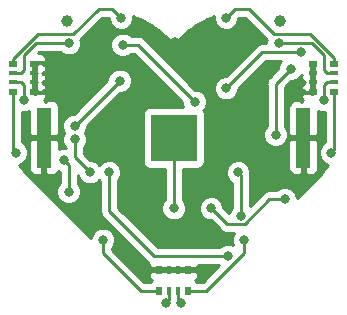
<source format=gbr>
G04 #@! TF.GenerationSoftware,KiCad,Pcbnew,(5.0.0-rc2-dev-82-ga78607874)*
G04 #@! TF.CreationDate,2018-03-09T02:59:27+08:00*
G04 #@! TF.ProjectId,SMD-Heart,534D442D48656172742E6B696361645F,rev?*
G04 #@! TF.SameCoordinates,Original*
G04 #@! TF.FileFunction,Copper,L2,Bot,Signal*
G04 #@! TF.FilePolarity,Positive*
%FSLAX46Y46*%
G04 Gerber Fmt 4.6, Leading zero omitted, Abs format (unit mm)*
G04 Created by KiCad (PCBNEW (5.0.0-rc2-dev-82-ga78607874)) date Fri Mar  9 02:59:27 2018*
%MOMM*%
%LPD*%
G01*
G04 APERTURE LIST*
%ADD10C,1.000000*%
%ADD11R,0.500000X0.800000*%
%ADD12R,0.400000X0.800000*%
%ADD13R,0.800000X0.500000*%
%ADD14R,0.800000X0.400000*%
%ADD15R,1.270000X5.080000*%
%ADD16R,3.960000X3.960000*%
%ADD17C,0.800000*%
%ADD18C,0.250000*%
%ADD19C,0.254000*%
G04 APERTURE END LIST*
D10*
X67183000Y-30734000D03*
D11*
X77400000Y-53605000D03*
D12*
X75800000Y-53605000D03*
X76600000Y-53605000D03*
D11*
X75000000Y-53605000D03*
D12*
X76600000Y-51805000D03*
D11*
X77400000Y-51805000D03*
D12*
X75800000Y-51805000D03*
D11*
X75000000Y-51805000D03*
D13*
X88000000Y-36760000D03*
D14*
X88000000Y-35960000D03*
D13*
X88000000Y-34360000D03*
D14*
X88000000Y-35160000D03*
D13*
X89800000Y-36760000D03*
D14*
X89800000Y-35160000D03*
X89800000Y-35960000D03*
D13*
X89800000Y-34360000D03*
X62600000Y-36760000D03*
D14*
X62600000Y-35160000D03*
X62600000Y-35960000D03*
D13*
X62600000Y-34360000D03*
D14*
X64400000Y-35960000D03*
D13*
X64400000Y-36760000D03*
D14*
X64400000Y-35160000D03*
D13*
X64400000Y-34360000D03*
D15*
X65215000Y-40640000D03*
X87185000Y-40640000D03*
D16*
X76200000Y-40640000D03*
D10*
X85217000Y-30734000D03*
D17*
X76200000Y-46608996D03*
X86106000Y-34798000D03*
X84836000Y-40386000D03*
X85598000Y-45847000D03*
X79375000Y-46609000D03*
X80772000Y-50673000D03*
X70739000Y-43561000D03*
X67818040Y-40767000D03*
X69088000Y-43561000D03*
X67310000Y-45212000D03*
X66929000Y-42545000D03*
X67818000Y-39624000D03*
X71628000Y-35814022D03*
X71881972Y-32766000D03*
X77978000Y-37592000D03*
X80645000Y-30480000D03*
X80645000Y-36449000D03*
X86995000Y-33401000D03*
X85090008Y-32639000D03*
X88900000Y-37465000D03*
X89535000Y-41910000D03*
X81915000Y-47244000D03*
X81661000Y-43561000D03*
X82169000Y-49276000D03*
X76835000Y-54610000D03*
X75565000Y-54610000D03*
X70231000Y-49276000D03*
X62865000Y-41910000D03*
X63500000Y-37465000D03*
X67309988Y-32639000D03*
X71755000Y-30480000D03*
X76327000Y-32512000D03*
D18*
X76200000Y-40640000D02*
X76200000Y-46608996D01*
X84836000Y-39878000D02*
X84836000Y-40386000D01*
X86106000Y-34798000D02*
X84836000Y-36068000D01*
X84836000Y-36068000D02*
X84836000Y-39878000D01*
X85598000Y-45847000D02*
X84314554Y-45847000D01*
X84314554Y-45847000D02*
X82240153Y-47921401D01*
X82240153Y-47921401D02*
X80687401Y-47921401D01*
X80687401Y-47921401D02*
X79774999Y-47008999D01*
X79774999Y-47008999D02*
X79375000Y-46609000D01*
X70739000Y-46863000D02*
X74549000Y-50673000D01*
X79121000Y-50673000D02*
X80772000Y-50673000D01*
X70739000Y-43561000D02*
X70739000Y-46863000D01*
X74549000Y-50673000D02*
X79121000Y-50673000D01*
X69088000Y-43561000D02*
X67818040Y-42291040D01*
X67818040Y-42291040D02*
X67818040Y-41332685D01*
X67818040Y-41332685D02*
X67818040Y-40767000D01*
X67310000Y-45212000D02*
X67310000Y-42926000D01*
X67310000Y-42926000D02*
X66929000Y-42545000D01*
X71628000Y-35814022D02*
X67818022Y-39624000D01*
X67818022Y-39624000D02*
X67818000Y-39624000D01*
X77978000Y-37592000D02*
X73152000Y-32766000D01*
X72447657Y-32766000D02*
X71881972Y-32766000D01*
X73152000Y-32766000D02*
X72447657Y-32766000D01*
X89800000Y-33920000D02*
X87757000Y-31877000D01*
X82550000Y-29718000D02*
X81407000Y-29718000D01*
X81407000Y-29718000D02*
X80645000Y-30480000D01*
X89800000Y-34360000D02*
X89800000Y-33920000D01*
X87757000Y-31877000D02*
X84709000Y-31877000D01*
X84709000Y-31877000D02*
X82550000Y-29718000D01*
X86995000Y-33401000D02*
X83693000Y-33401000D01*
X83693000Y-33401000D02*
X80645000Y-36449000D01*
X89800000Y-35160000D02*
X89150000Y-35160000D01*
X89150000Y-35160000D02*
X88900000Y-34910000D01*
X85655693Y-32639000D02*
X85090008Y-32639000D01*
X88900000Y-34910000D02*
X88900000Y-33655000D01*
X87884000Y-32639000D02*
X85655693Y-32639000D01*
X88900000Y-33655000D02*
X87884000Y-32639000D01*
X88900000Y-36210000D02*
X88900000Y-37465000D01*
X89800000Y-35960000D02*
X89150000Y-35960000D01*
X89150000Y-35960000D02*
X88900000Y-36210000D01*
X89800000Y-41645000D02*
X89800000Y-37260000D01*
X89535000Y-41910000D02*
X89800000Y-41645000D01*
X89800000Y-37260000D02*
X89800000Y-36760000D01*
X81915000Y-47244000D02*
X81915000Y-43815000D01*
X81915000Y-43815000D02*
X81661000Y-43561000D01*
X82169000Y-50419000D02*
X78983000Y-53605000D01*
X82169000Y-49276000D02*
X82169000Y-50419000D01*
X78983000Y-53605000D02*
X77400000Y-53605000D01*
X76600000Y-53605000D02*
X76600000Y-54375000D01*
X76600000Y-54375000D02*
X76835000Y-54610000D01*
X75800000Y-53605000D02*
X75800000Y-54375000D01*
X75800000Y-54375000D02*
X75565000Y-54610000D01*
X70231000Y-50419000D02*
X73417000Y-53605000D01*
X70231000Y-49276000D02*
X70231000Y-50419000D01*
X73417000Y-53605000D02*
X75000000Y-53605000D01*
X62600000Y-41645000D02*
X62865000Y-41910000D01*
X62600000Y-36760000D02*
X62600000Y-41645000D01*
X63250000Y-35960000D02*
X63500000Y-36210000D01*
X62600000Y-35960000D02*
X63250000Y-35960000D01*
X63500000Y-36210000D02*
X63500000Y-37465000D01*
X67309988Y-32639000D02*
X64516000Y-32639000D01*
X64516000Y-32639000D02*
X63500000Y-33655000D01*
X63250000Y-35160000D02*
X63500000Y-34910000D01*
X62600000Y-35160000D02*
X63250000Y-35160000D01*
X63500000Y-34910000D02*
X63500000Y-33655000D01*
X62600000Y-33985907D02*
X64708907Y-31877000D01*
X67691000Y-31877000D02*
X69850000Y-29718000D01*
X70993000Y-29718000D02*
X71755000Y-30480000D01*
X62600000Y-34360000D02*
X62600000Y-33985907D01*
X64708907Y-31877000D02*
X67691000Y-31877000D01*
X69850000Y-29718000D02*
X70993000Y-29718000D01*
D19*
G36*
X79610000Y-30685874D02*
X79767569Y-31066280D01*
X80058720Y-31357431D01*
X80439126Y-31515000D01*
X80850874Y-31515000D01*
X81231280Y-31357431D01*
X81522431Y-31066280D01*
X81680000Y-30685874D01*
X81680000Y-30519802D01*
X81721802Y-30478000D01*
X82235199Y-30478000D01*
X84094641Y-32337443D01*
X84055008Y-32433126D01*
X84055008Y-32641000D01*
X83767847Y-32641000D01*
X83693000Y-32626112D01*
X83618153Y-32641000D01*
X83618148Y-32641000D01*
X83396463Y-32685096D01*
X83145071Y-32853071D01*
X83102671Y-32916527D01*
X80605199Y-35414000D01*
X80439126Y-35414000D01*
X80058720Y-35571569D01*
X79767569Y-35862720D01*
X79610000Y-36243126D01*
X79610000Y-36654874D01*
X79767569Y-37035280D01*
X80058720Y-37326431D01*
X80439126Y-37484000D01*
X80850874Y-37484000D01*
X81231280Y-37326431D01*
X81522431Y-37035280D01*
X81680000Y-36654874D01*
X81680000Y-36488801D01*
X84007802Y-34161000D01*
X85279289Y-34161000D01*
X85228569Y-34211720D01*
X85071000Y-34592126D01*
X85071000Y-34758198D01*
X84351530Y-35477669D01*
X84288071Y-35520071D01*
X84120096Y-35771464D01*
X84076000Y-35993149D01*
X84076000Y-35993153D01*
X84061112Y-36068000D01*
X84076000Y-36142847D01*
X84076001Y-39682288D01*
X83958569Y-39799720D01*
X83801000Y-40180126D01*
X83801000Y-40591874D01*
X83958569Y-40972280D01*
X84249720Y-41263431D01*
X84630126Y-41421000D01*
X85041874Y-41421000D01*
X85422280Y-41263431D01*
X85713431Y-40972280D01*
X85732704Y-40925750D01*
X85915000Y-40925750D01*
X85915000Y-43306310D01*
X86011673Y-43539699D01*
X86190302Y-43718327D01*
X86423691Y-43815000D01*
X86899250Y-43815000D01*
X87058000Y-43656250D01*
X87058000Y-40767000D01*
X87312000Y-40767000D01*
X87312000Y-43656250D01*
X87470750Y-43815000D01*
X87946309Y-43815000D01*
X88179698Y-43718327D01*
X88358327Y-43539699D01*
X88455000Y-43306310D01*
X88455000Y-40925750D01*
X88296250Y-40767000D01*
X87312000Y-40767000D01*
X87058000Y-40767000D01*
X86073750Y-40767000D01*
X85915000Y-40925750D01*
X85732704Y-40925750D01*
X85871000Y-40591874D01*
X85871000Y-40180126D01*
X85713431Y-39799720D01*
X85596000Y-39682289D01*
X85596000Y-36382801D01*
X86145802Y-35833000D01*
X86311874Y-35833000D01*
X86692280Y-35675431D01*
X86983431Y-35384280D01*
X87023725Y-35287002D01*
X87096748Y-35287002D01*
X86965000Y-35418750D01*
X86965000Y-35486310D01*
X86995523Y-35560000D01*
X86965000Y-35633690D01*
X86965000Y-35701250D01*
X87123750Y-35860000D01*
X87201975Y-35860000D01*
X87240302Y-35898327D01*
X87328838Y-35935000D01*
X87240302Y-35971673D01*
X87151975Y-36060000D01*
X87123750Y-36060000D01*
X86965000Y-36218750D01*
X86965000Y-36286310D01*
X86985168Y-36335000D01*
X86965000Y-36383690D01*
X86965000Y-36476250D01*
X87123750Y-36635000D01*
X87176975Y-36635000D01*
X87240302Y-36698327D01*
X87473691Y-36795000D01*
X87714250Y-36795000D01*
X87873000Y-36636250D01*
X87873000Y-36033750D01*
X87774250Y-35935000D01*
X87849250Y-35860000D01*
X87873000Y-35860000D01*
X87873000Y-35260000D01*
X87853000Y-35260000D01*
X87853000Y-35106250D01*
X87873000Y-35086250D01*
X87873000Y-34483750D01*
X87853000Y-34463750D01*
X87853000Y-34235000D01*
X87873000Y-34235000D01*
X87873000Y-34213000D01*
X88127000Y-34213000D01*
X88127000Y-34235000D01*
X88140001Y-34235000D01*
X88140000Y-34470750D01*
X88127000Y-34483750D01*
X88127000Y-34900508D01*
X88125112Y-34910000D01*
X88127000Y-34919492D01*
X88127000Y-35086250D01*
X88147000Y-35106250D01*
X88147000Y-35260000D01*
X88127000Y-35260000D01*
X88127000Y-35860000D01*
X88147000Y-35860000D01*
X88147000Y-36013750D01*
X88127000Y-36033750D01*
X88127000Y-36200508D01*
X88125112Y-36210000D01*
X88127000Y-36219492D01*
X88127000Y-36636250D01*
X88140000Y-36649250D01*
X88140000Y-36761289D01*
X88022569Y-36878720D01*
X88010855Y-36907000D01*
X87873000Y-36907000D01*
X87873000Y-36885000D01*
X87123750Y-36885000D01*
X86965000Y-37043750D01*
X86965000Y-37136310D01*
X87061673Y-37369699D01*
X87156975Y-37465000D01*
X87057998Y-37465000D01*
X87057998Y-37623748D01*
X86899250Y-37465000D01*
X86423691Y-37465000D01*
X86190302Y-37561673D01*
X86011673Y-37740301D01*
X85915000Y-37973690D01*
X85915000Y-40354250D01*
X86073750Y-40513000D01*
X87058000Y-40513000D01*
X87058000Y-40493000D01*
X87312000Y-40493000D01*
X87312000Y-40513000D01*
X88296250Y-40513000D01*
X88455000Y-40354250D01*
X88455000Y-38400951D01*
X88694126Y-38500000D01*
X89040001Y-38500000D01*
X89040000Y-40994760D01*
X88948720Y-41032569D01*
X88657569Y-41323720D01*
X88500000Y-41704126D01*
X88500000Y-42115874D01*
X88657569Y-42496280D01*
X88948720Y-42787431D01*
X89268475Y-42919877D01*
X89111104Y-43134504D01*
X88885253Y-43415908D01*
X88647358Y-43687176D01*
X88392410Y-43953499D01*
X86633000Y-45712909D01*
X86633000Y-45641126D01*
X86475431Y-45260720D01*
X86184280Y-44969569D01*
X85803874Y-44812000D01*
X85392126Y-44812000D01*
X85011720Y-44969569D01*
X84894289Y-45087000D01*
X84389400Y-45087000D01*
X84314553Y-45072112D01*
X84239706Y-45087000D01*
X84239702Y-45087000D01*
X84018017Y-45131096D01*
X83766625Y-45299071D01*
X83724225Y-45362527D01*
X82675000Y-46411753D01*
X82675000Y-43889846D01*
X82689888Y-43814999D01*
X82685404Y-43792456D01*
X82696000Y-43766874D01*
X82696000Y-43355126D01*
X82538431Y-42974720D01*
X82247280Y-42683569D01*
X81866874Y-42526000D01*
X81455126Y-42526000D01*
X81074720Y-42683569D01*
X80783569Y-42974720D01*
X80626000Y-43355126D01*
X80626000Y-43766874D01*
X80783569Y-44147280D01*
X81074720Y-44438431D01*
X81155001Y-44471684D01*
X81155000Y-46540289D01*
X81037569Y-46657720D01*
X80880000Y-47038126D01*
X80880000Y-47039198D01*
X80410000Y-46569199D01*
X80410000Y-46403126D01*
X80252431Y-46022720D01*
X79961280Y-45731569D01*
X79580874Y-45574000D01*
X79169126Y-45574000D01*
X78788720Y-45731569D01*
X78497569Y-46022720D01*
X78340000Y-46403126D01*
X78340000Y-46814874D01*
X78497569Y-47195280D01*
X78788720Y-47486431D01*
X79169126Y-47644000D01*
X79335199Y-47644000D01*
X80097072Y-48405874D01*
X80139472Y-48469330D01*
X80390864Y-48637305D01*
X80612549Y-48681401D01*
X80612553Y-48681401D01*
X80687400Y-48696289D01*
X80762247Y-48681401D01*
X81299888Y-48681401D01*
X81291569Y-48689720D01*
X81134000Y-49070126D01*
X81134000Y-49481874D01*
X81244397Y-49748397D01*
X80977874Y-49638000D01*
X80566126Y-49638000D01*
X80185720Y-49795569D01*
X80068289Y-49913000D01*
X74863802Y-49913000D01*
X71499000Y-46548199D01*
X71499000Y-44264711D01*
X71616431Y-44147280D01*
X71774000Y-43766874D01*
X71774000Y-43355126D01*
X71616431Y-42974720D01*
X71325280Y-42683569D01*
X70944874Y-42526000D01*
X70533126Y-42526000D01*
X70152720Y-42683569D01*
X69913500Y-42922789D01*
X69674280Y-42683569D01*
X69293874Y-42526000D01*
X69127802Y-42526000D01*
X68578040Y-41976239D01*
X68578040Y-41470711D01*
X68695471Y-41353280D01*
X68853040Y-40972874D01*
X68853040Y-40561126D01*
X68701573Y-40195452D01*
X68853000Y-39829874D01*
X68853000Y-39663823D01*
X71667802Y-36849022D01*
X71833874Y-36849022D01*
X72214280Y-36691453D01*
X72505431Y-36400302D01*
X72663000Y-36019896D01*
X72663000Y-35608148D01*
X72505431Y-35227742D01*
X72214280Y-34936591D01*
X71833874Y-34779022D01*
X71422126Y-34779022D01*
X71041720Y-34936591D01*
X70750569Y-35227742D01*
X70593000Y-35608148D01*
X70593000Y-35774220D01*
X67778221Y-38589000D01*
X67612126Y-38589000D01*
X67231720Y-38746569D01*
X66940569Y-39037720D01*
X66783000Y-39418126D01*
X66783000Y-39829874D01*
X66934467Y-40195548D01*
X66783040Y-40561126D01*
X66783040Y-40972874D01*
X66940609Y-41353280D01*
X67058041Y-41470712D01*
X67058041Y-41510000D01*
X66723126Y-41510000D01*
X66485000Y-41608635D01*
X66485000Y-40925750D01*
X66326250Y-40767000D01*
X65342000Y-40767000D01*
X65342000Y-43656250D01*
X65500750Y-43815000D01*
X65976309Y-43815000D01*
X66209698Y-43718327D01*
X66388327Y-43539699D01*
X66423109Y-43455729D01*
X66550001Y-43508289D01*
X66550000Y-44508289D01*
X66432569Y-44625720D01*
X66275000Y-45006126D01*
X66275000Y-45417874D01*
X66432569Y-45798280D01*
X66723720Y-46089431D01*
X67104126Y-46247000D01*
X67515874Y-46247000D01*
X67896280Y-46089431D01*
X68187431Y-45798280D01*
X68345000Y-45417874D01*
X68345000Y-45006126D01*
X68187431Y-44625720D01*
X68070000Y-44508289D01*
X68070000Y-43807916D01*
X68210569Y-44147280D01*
X68501720Y-44438431D01*
X68882126Y-44596000D01*
X69293874Y-44596000D01*
X69674280Y-44438431D01*
X69913500Y-44199211D01*
X69979000Y-44264711D01*
X69979001Y-46788148D01*
X69964112Y-46863000D01*
X70023097Y-47159537D01*
X70120651Y-47305536D01*
X70191072Y-47410929D01*
X70254528Y-47453329D01*
X73958671Y-51157473D01*
X74001071Y-51220929D01*
X74064527Y-51263329D01*
X74115000Y-51297054D01*
X74115000Y-51519250D01*
X74273750Y-51678000D01*
X74875000Y-51678000D01*
X74875000Y-51658000D01*
X75103750Y-51658000D01*
X75123750Y-51678000D01*
X75726250Y-51678000D01*
X75746250Y-51658000D01*
X75900000Y-51658000D01*
X75900000Y-51678000D01*
X76500000Y-51678000D01*
X76500000Y-51658000D01*
X76653750Y-51658000D01*
X76673750Y-51678000D01*
X77276250Y-51678000D01*
X77296250Y-51658000D01*
X77525000Y-51658000D01*
X77525000Y-51678000D01*
X78126250Y-51678000D01*
X78285000Y-51519250D01*
X78285000Y-51433000D01*
X80068289Y-51433000D01*
X80074243Y-51438954D01*
X78668199Y-52845000D01*
X78173163Y-52845000D01*
X78107809Y-52747191D01*
X78046680Y-52706346D01*
X78188327Y-52564698D01*
X78285000Y-52331309D01*
X78285000Y-52090750D01*
X78126250Y-51932000D01*
X77525000Y-51932000D01*
X77525000Y-51952000D01*
X77296250Y-51952000D01*
X77276250Y-51932000D01*
X76673750Y-51932000D01*
X76653750Y-51952000D01*
X76500000Y-51952000D01*
X76500000Y-51932000D01*
X75900000Y-51932000D01*
X75900000Y-51952000D01*
X75746250Y-51952000D01*
X75726250Y-51932000D01*
X75123750Y-51932000D01*
X75103750Y-51952000D01*
X74875000Y-51952000D01*
X74875000Y-51932000D01*
X74273750Y-51932000D01*
X74115000Y-52090750D01*
X74115000Y-52331309D01*
X74211673Y-52564698D01*
X74353320Y-52706346D01*
X74292191Y-52747191D01*
X74226837Y-52845000D01*
X73731803Y-52845000D01*
X70991000Y-50104199D01*
X70991000Y-49979711D01*
X71108431Y-49862280D01*
X71266000Y-49481874D01*
X71266000Y-49070126D01*
X71108431Y-48689720D01*
X70817280Y-48398569D01*
X70436874Y-48241000D01*
X70025126Y-48241000D01*
X69644720Y-48398569D01*
X69353569Y-48689720D01*
X69196000Y-49070126D01*
X69196000Y-49141910D01*
X64007613Y-43953523D01*
X63752653Y-43687188D01*
X63514746Y-43415908D01*
X63288896Y-43134504D01*
X63131525Y-42919877D01*
X63451280Y-42787431D01*
X63742431Y-42496280D01*
X63900000Y-42115874D01*
X63900000Y-41704126D01*
X63742431Y-41323720D01*
X63451280Y-41032569D01*
X63360000Y-40994760D01*
X63360000Y-40925750D01*
X63945000Y-40925750D01*
X63945000Y-43306310D01*
X64041673Y-43539699D01*
X64220302Y-43718327D01*
X64453691Y-43815000D01*
X64929250Y-43815000D01*
X65088000Y-43656250D01*
X65088000Y-40767000D01*
X64103750Y-40767000D01*
X63945000Y-40925750D01*
X63360000Y-40925750D01*
X63360000Y-38500000D01*
X63705874Y-38500000D01*
X63945000Y-38400951D01*
X63945000Y-40354250D01*
X64103750Y-40513000D01*
X65088000Y-40513000D01*
X65088000Y-40493000D01*
X65342000Y-40493000D01*
X65342000Y-40513000D01*
X66326250Y-40513000D01*
X66485000Y-40354250D01*
X66485000Y-37973690D01*
X66388327Y-37740301D01*
X66209698Y-37561673D01*
X65976309Y-37465000D01*
X65500750Y-37465000D01*
X65342002Y-37623748D01*
X65342002Y-37465000D01*
X65243025Y-37465000D01*
X65338327Y-37369699D01*
X65435000Y-37136310D01*
X65435000Y-37043750D01*
X65276250Y-36885000D01*
X64527000Y-36885000D01*
X64527000Y-36907000D01*
X64389145Y-36907000D01*
X64377431Y-36878720D01*
X64260000Y-36761289D01*
X64260000Y-36649250D01*
X64273000Y-36636250D01*
X64273000Y-36219491D01*
X64274888Y-36209999D01*
X64273000Y-36200507D01*
X64273000Y-36033750D01*
X64253000Y-36013750D01*
X64253000Y-35860000D01*
X64273000Y-35860000D01*
X64273000Y-35260000D01*
X64253000Y-35260000D01*
X64253000Y-35106250D01*
X64273000Y-35086250D01*
X64273000Y-34919493D01*
X64274888Y-34910001D01*
X64273000Y-34900509D01*
X64273000Y-34483750D01*
X64527000Y-34483750D01*
X64527000Y-35086250D01*
X64625750Y-35185000D01*
X64550750Y-35260000D01*
X64527000Y-35260000D01*
X64527000Y-35860000D01*
X64550750Y-35860000D01*
X64625750Y-35935000D01*
X64527000Y-36033750D01*
X64527000Y-36636250D01*
X64685750Y-36795000D01*
X64926309Y-36795000D01*
X65159698Y-36698327D01*
X65223025Y-36635000D01*
X65276250Y-36635000D01*
X65435000Y-36476250D01*
X65435000Y-36383690D01*
X65414832Y-36335000D01*
X65435000Y-36286310D01*
X65435000Y-36218750D01*
X65276250Y-36060000D01*
X65248025Y-36060000D01*
X65159698Y-35971673D01*
X65071162Y-35935000D01*
X65159698Y-35898327D01*
X65198025Y-35860000D01*
X65276250Y-35860000D01*
X65435000Y-35701250D01*
X65435000Y-35633690D01*
X65404477Y-35560000D01*
X65435000Y-35486310D01*
X65435000Y-35418750D01*
X65276250Y-35260000D01*
X65198025Y-35260000D01*
X65159698Y-35221673D01*
X65071162Y-35185000D01*
X65159698Y-35148327D01*
X65248025Y-35060000D01*
X65276250Y-35060000D01*
X65435000Y-34901250D01*
X65435000Y-34833690D01*
X65414832Y-34785000D01*
X65435000Y-34736310D01*
X65435000Y-34643750D01*
X65276250Y-34485000D01*
X65223025Y-34485000D01*
X65159698Y-34421673D01*
X64926309Y-34325000D01*
X64685750Y-34325000D01*
X64527000Y-34483750D01*
X64273000Y-34483750D01*
X64260000Y-34470750D01*
X64260000Y-34235000D01*
X64273000Y-34235000D01*
X64273000Y-34213000D01*
X64527000Y-34213000D01*
X64527000Y-34235000D01*
X65276250Y-34235000D01*
X65435000Y-34076250D01*
X65435000Y-33983690D01*
X65338327Y-33750301D01*
X65159698Y-33571673D01*
X64926309Y-33475000D01*
X64754802Y-33475000D01*
X64830802Y-33399000D01*
X66606277Y-33399000D01*
X66723708Y-33516431D01*
X67104114Y-33674000D01*
X67515862Y-33674000D01*
X67896268Y-33516431D01*
X68187419Y-33225280D01*
X68344988Y-32844874D01*
X68344988Y-32560126D01*
X70846972Y-32560126D01*
X70846972Y-32971874D01*
X71004541Y-33352280D01*
X71295692Y-33643431D01*
X71676098Y-33801000D01*
X72087846Y-33801000D01*
X72468252Y-33643431D01*
X72585683Y-33526000D01*
X72837199Y-33526000D01*
X76943000Y-37631802D01*
X76943000Y-37797874D01*
X77031926Y-38012560D01*
X74220000Y-38012560D01*
X73972235Y-38061843D01*
X73762191Y-38202191D01*
X73621843Y-38412235D01*
X73572560Y-38660000D01*
X73572560Y-42620000D01*
X73621843Y-42867765D01*
X73762191Y-43077809D01*
X73972235Y-43218157D01*
X74220000Y-43267440D01*
X75440000Y-43267440D01*
X75440001Y-45905284D01*
X75322569Y-46022716D01*
X75165000Y-46403122D01*
X75165000Y-46814870D01*
X75322569Y-47195276D01*
X75613720Y-47486427D01*
X75994126Y-47643996D01*
X76405874Y-47643996D01*
X76786280Y-47486427D01*
X77077431Y-47195276D01*
X77235000Y-46814870D01*
X77235000Y-46403122D01*
X77077431Y-46022716D01*
X76960000Y-45905285D01*
X76960000Y-43267440D01*
X78180000Y-43267440D01*
X78427765Y-43218157D01*
X78637809Y-43077809D01*
X78778157Y-42867765D01*
X78827440Y-42620000D01*
X78827440Y-38660000D01*
X78778157Y-38412235D01*
X78715399Y-38318312D01*
X78855431Y-38178280D01*
X79013000Y-37797874D01*
X79013000Y-37386126D01*
X78855431Y-37005720D01*
X78564280Y-36714569D01*
X78183874Y-36557000D01*
X78017802Y-36557000D01*
X73742331Y-32281530D01*
X73699929Y-32218071D01*
X73448537Y-32050096D01*
X73226852Y-32006000D01*
X73226847Y-32006000D01*
X73152000Y-31991112D01*
X73077153Y-32006000D01*
X72585683Y-32006000D01*
X72468252Y-31888569D01*
X72087846Y-31731000D01*
X71676098Y-31731000D01*
X71295692Y-31888569D01*
X71004541Y-32179720D01*
X70846972Y-32560126D01*
X68344988Y-32560126D01*
X68344988Y-32433126D01*
X68305356Y-32337445D01*
X70164802Y-30478000D01*
X70678199Y-30478000D01*
X70720000Y-30519801D01*
X70720000Y-30685874D01*
X70877569Y-31066280D01*
X71168720Y-31357431D01*
X71549126Y-31515000D01*
X71960874Y-31515000D01*
X72341280Y-31357431D01*
X72632431Y-31066280D01*
X72790000Y-30685874D01*
X72790000Y-30372007D01*
X73014830Y-30459439D01*
X73345087Y-30604756D01*
X73668707Y-30764348D01*
X73985050Y-30937899D01*
X74293512Y-31125079D01*
X74593525Y-31325542D01*
X74884504Y-31538896D01*
X75165908Y-31764746D01*
X75437188Y-32002653D01*
X75709025Y-32262880D01*
X75731864Y-32283807D01*
X75755594Y-32303719D01*
X75780170Y-32322577D01*
X75805544Y-32340345D01*
X75831670Y-32356988D01*
X75858498Y-32372477D01*
X75885974Y-32386781D01*
X75914049Y-32399872D01*
X75935725Y-32408850D01*
X75942669Y-32411727D01*
X75952574Y-32415332D01*
X75971777Y-32422322D01*
X76001321Y-32431637D01*
X76031242Y-32439654D01*
X76061485Y-32446359D01*
X76081163Y-32449828D01*
X76091993Y-32451738D01*
X76118048Y-32455168D01*
X76122704Y-32455781D01*
X76153563Y-32458481D01*
X76184511Y-32459832D01*
X76215489Y-32459832D01*
X76246437Y-32458481D01*
X76277296Y-32455781D01*
X76308008Y-32451738D01*
X76338514Y-32446359D01*
X76368757Y-32439654D01*
X76398679Y-32431637D01*
X76428223Y-32422322D01*
X76457331Y-32411726D01*
X76485951Y-32399872D01*
X76514026Y-32386781D01*
X76541502Y-32372477D01*
X76568330Y-32356989D01*
X76594456Y-32340345D01*
X76619830Y-32322577D01*
X76644406Y-32303719D01*
X76668136Y-32283808D01*
X76690975Y-32262880D01*
X76962824Y-32002642D01*
X77234092Y-31764747D01*
X77515496Y-31538896D01*
X77806474Y-31325542D01*
X78106504Y-31125070D01*
X78414970Y-30937888D01*
X78731292Y-30764348D01*
X79054912Y-30604756D01*
X79385178Y-30459435D01*
X79610000Y-30372007D01*
X79610000Y-30685874D01*
X79610000Y-30685874D01*
G37*
X79610000Y-30685874D02*
X79767569Y-31066280D01*
X80058720Y-31357431D01*
X80439126Y-31515000D01*
X80850874Y-31515000D01*
X81231280Y-31357431D01*
X81522431Y-31066280D01*
X81680000Y-30685874D01*
X81680000Y-30519802D01*
X81721802Y-30478000D01*
X82235199Y-30478000D01*
X84094641Y-32337443D01*
X84055008Y-32433126D01*
X84055008Y-32641000D01*
X83767847Y-32641000D01*
X83693000Y-32626112D01*
X83618153Y-32641000D01*
X83618148Y-32641000D01*
X83396463Y-32685096D01*
X83145071Y-32853071D01*
X83102671Y-32916527D01*
X80605199Y-35414000D01*
X80439126Y-35414000D01*
X80058720Y-35571569D01*
X79767569Y-35862720D01*
X79610000Y-36243126D01*
X79610000Y-36654874D01*
X79767569Y-37035280D01*
X80058720Y-37326431D01*
X80439126Y-37484000D01*
X80850874Y-37484000D01*
X81231280Y-37326431D01*
X81522431Y-37035280D01*
X81680000Y-36654874D01*
X81680000Y-36488801D01*
X84007802Y-34161000D01*
X85279289Y-34161000D01*
X85228569Y-34211720D01*
X85071000Y-34592126D01*
X85071000Y-34758198D01*
X84351530Y-35477669D01*
X84288071Y-35520071D01*
X84120096Y-35771464D01*
X84076000Y-35993149D01*
X84076000Y-35993153D01*
X84061112Y-36068000D01*
X84076000Y-36142847D01*
X84076001Y-39682288D01*
X83958569Y-39799720D01*
X83801000Y-40180126D01*
X83801000Y-40591874D01*
X83958569Y-40972280D01*
X84249720Y-41263431D01*
X84630126Y-41421000D01*
X85041874Y-41421000D01*
X85422280Y-41263431D01*
X85713431Y-40972280D01*
X85732704Y-40925750D01*
X85915000Y-40925750D01*
X85915000Y-43306310D01*
X86011673Y-43539699D01*
X86190302Y-43718327D01*
X86423691Y-43815000D01*
X86899250Y-43815000D01*
X87058000Y-43656250D01*
X87058000Y-40767000D01*
X87312000Y-40767000D01*
X87312000Y-43656250D01*
X87470750Y-43815000D01*
X87946309Y-43815000D01*
X88179698Y-43718327D01*
X88358327Y-43539699D01*
X88455000Y-43306310D01*
X88455000Y-40925750D01*
X88296250Y-40767000D01*
X87312000Y-40767000D01*
X87058000Y-40767000D01*
X86073750Y-40767000D01*
X85915000Y-40925750D01*
X85732704Y-40925750D01*
X85871000Y-40591874D01*
X85871000Y-40180126D01*
X85713431Y-39799720D01*
X85596000Y-39682289D01*
X85596000Y-36382801D01*
X86145802Y-35833000D01*
X86311874Y-35833000D01*
X86692280Y-35675431D01*
X86983431Y-35384280D01*
X87023725Y-35287002D01*
X87096748Y-35287002D01*
X86965000Y-35418750D01*
X86965000Y-35486310D01*
X86995523Y-35560000D01*
X86965000Y-35633690D01*
X86965000Y-35701250D01*
X87123750Y-35860000D01*
X87201975Y-35860000D01*
X87240302Y-35898327D01*
X87328838Y-35935000D01*
X87240302Y-35971673D01*
X87151975Y-36060000D01*
X87123750Y-36060000D01*
X86965000Y-36218750D01*
X86965000Y-36286310D01*
X86985168Y-36335000D01*
X86965000Y-36383690D01*
X86965000Y-36476250D01*
X87123750Y-36635000D01*
X87176975Y-36635000D01*
X87240302Y-36698327D01*
X87473691Y-36795000D01*
X87714250Y-36795000D01*
X87873000Y-36636250D01*
X87873000Y-36033750D01*
X87774250Y-35935000D01*
X87849250Y-35860000D01*
X87873000Y-35860000D01*
X87873000Y-35260000D01*
X87853000Y-35260000D01*
X87853000Y-35106250D01*
X87873000Y-35086250D01*
X87873000Y-34483750D01*
X87853000Y-34463750D01*
X87853000Y-34235000D01*
X87873000Y-34235000D01*
X87873000Y-34213000D01*
X88127000Y-34213000D01*
X88127000Y-34235000D01*
X88140001Y-34235000D01*
X88140000Y-34470750D01*
X88127000Y-34483750D01*
X88127000Y-34900508D01*
X88125112Y-34910000D01*
X88127000Y-34919492D01*
X88127000Y-35086250D01*
X88147000Y-35106250D01*
X88147000Y-35260000D01*
X88127000Y-35260000D01*
X88127000Y-35860000D01*
X88147000Y-35860000D01*
X88147000Y-36013750D01*
X88127000Y-36033750D01*
X88127000Y-36200508D01*
X88125112Y-36210000D01*
X88127000Y-36219492D01*
X88127000Y-36636250D01*
X88140000Y-36649250D01*
X88140000Y-36761289D01*
X88022569Y-36878720D01*
X88010855Y-36907000D01*
X87873000Y-36907000D01*
X87873000Y-36885000D01*
X87123750Y-36885000D01*
X86965000Y-37043750D01*
X86965000Y-37136310D01*
X87061673Y-37369699D01*
X87156975Y-37465000D01*
X87057998Y-37465000D01*
X87057998Y-37623748D01*
X86899250Y-37465000D01*
X86423691Y-37465000D01*
X86190302Y-37561673D01*
X86011673Y-37740301D01*
X85915000Y-37973690D01*
X85915000Y-40354250D01*
X86073750Y-40513000D01*
X87058000Y-40513000D01*
X87058000Y-40493000D01*
X87312000Y-40493000D01*
X87312000Y-40513000D01*
X88296250Y-40513000D01*
X88455000Y-40354250D01*
X88455000Y-38400951D01*
X88694126Y-38500000D01*
X89040001Y-38500000D01*
X89040000Y-40994760D01*
X88948720Y-41032569D01*
X88657569Y-41323720D01*
X88500000Y-41704126D01*
X88500000Y-42115874D01*
X88657569Y-42496280D01*
X88948720Y-42787431D01*
X89268475Y-42919877D01*
X89111104Y-43134504D01*
X88885253Y-43415908D01*
X88647358Y-43687176D01*
X88392410Y-43953499D01*
X86633000Y-45712909D01*
X86633000Y-45641126D01*
X86475431Y-45260720D01*
X86184280Y-44969569D01*
X85803874Y-44812000D01*
X85392126Y-44812000D01*
X85011720Y-44969569D01*
X84894289Y-45087000D01*
X84389400Y-45087000D01*
X84314553Y-45072112D01*
X84239706Y-45087000D01*
X84239702Y-45087000D01*
X84018017Y-45131096D01*
X83766625Y-45299071D01*
X83724225Y-45362527D01*
X82675000Y-46411753D01*
X82675000Y-43889846D01*
X82689888Y-43814999D01*
X82685404Y-43792456D01*
X82696000Y-43766874D01*
X82696000Y-43355126D01*
X82538431Y-42974720D01*
X82247280Y-42683569D01*
X81866874Y-42526000D01*
X81455126Y-42526000D01*
X81074720Y-42683569D01*
X80783569Y-42974720D01*
X80626000Y-43355126D01*
X80626000Y-43766874D01*
X80783569Y-44147280D01*
X81074720Y-44438431D01*
X81155001Y-44471684D01*
X81155000Y-46540289D01*
X81037569Y-46657720D01*
X80880000Y-47038126D01*
X80880000Y-47039198D01*
X80410000Y-46569199D01*
X80410000Y-46403126D01*
X80252431Y-46022720D01*
X79961280Y-45731569D01*
X79580874Y-45574000D01*
X79169126Y-45574000D01*
X78788720Y-45731569D01*
X78497569Y-46022720D01*
X78340000Y-46403126D01*
X78340000Y-46814874D01*
X78497569Y-47195280D01*
X78788720Y-47486431D01*
X79169126Y-47644000D01*
X79335199Y-47644000D01*
X80097072Y-48405874D01*
X80139472Y-48469330D01*
X80390864Y-48637305D01*
X80612549Y-48681401D01*
X80612553Y-48681401D01*
X80687400Y-48696289D01*
X80762247Y-48681401D01*
X81299888Y-48681401D01*
X81291569Y-48689720D01*
X81134000Y-49070126D01*
X81134000Y-49481874D01*
X81244397Y-49748397D01*
X80977874Y-49638000D01*
X80566126Y-49638000D01*
X80185720Y-49795569D01*
X80068289Y-49913000D01*
X74863802Y-49913000D01*
X71499000Y-46548199D01*
X71499000Y-44264711D01*
X71616431Y-44147280D01*
X71774000Y-43766874D01*
X71774000Y-43355126D01*
X71616431Y-42974720D01*
X71325280Y-42683569D01*
X70944874Y-42526000D01*
X70533126Y-42526000D01*
X70152720Y-42683569D01*
X69913500Y-42922789D01*
X69674280Y-42683569D01*
X69293874Y-42526000D01*
X69127802Y-42526000D01*
X68578040Y-41976239D01*
X68578040Y-41470711D01*
X68695471Y-41353280D01*
X68853040Y-40972874D01*
X68853040Y-40561126D01*
X68701573Y-40195452D01*
X68853000Y-39829874D01*
X68853000Y-39663823D01*
X71667802Y-36849022D01*
X71833874Y-36849022D01*
X72214280Y-36691453D01*
X72505431Y-36400302D01*
X72663000Y-36019896D01*
X72663000Y-35608148D01*
X72505431Y-35227742D01*
X72214280Y-34936591D01*
X71833874Y-34779022D01*
X71422126Y-34779022D01*
X71041720Y-34936591D01*
X70750569Y-35227742D01*
X70593000Y-35608148D01*
X70593000Y-35774220D01*
X67778221Y-38589000D01*
X67612126Y-38589000D01*
X67231720Y-38746569D01*
X66940569Y-39037720D01*
X66783000Y-39418126D01*
X66783000Y-39829874D01*
X66934467Y-40195548D01*
X66783040Y-40561126D01*
X66783040Y-40972874D01*
X66940609Y-41353280D01*
X67058041Y-41470712D01*
X67058041Y-41510000D01*
X66723126Y-41510000D01*
X66485000Y-41608635D01*
X66485000Y-40925750D01*
X66326250Y-40767000D01*
X65342000Y-40767000D01*
X65342000Y-43656250D01*
X65500750Y-43815000D01*
X65976309Y-43815000D01*
X66209698Y-43718327D01*
X66388327Y-43539699D01*
X66423109Y-43455729D01*
X66550001Y-43508289D01*
X66550000Y-44508289D01*
X66432569Y-44625720D01*
X66275000Y-45006126D01*
X66275000Y-45417874D01*
X66432569Y-45798280D01*
X66723720Y-46089431D01*
X67104126Y-46247000D01*
X67515874Y-46247000D01*
X67896280Y-46089431D01*
X68187431Y-45798280D01*
X68345000Y-45417874D01*
X68345000Y-45006126D01*
X68187431Y-44625720D01*
X68070000Y-44508289D01*
X68070000Y-43807916D01*
X68210569Y-44147280D01*
X68501720Y-44438431D01*
X68882126Y-44596000D01*
X69293874Y-44596000D01*
X69674280Y-44438431D01*
X69913500Y-44199211D01*
X69979000Y-44264711D01*
X69979001Y-46788148D01*
X69964112Y-46863000D01*
X70023097Y-47159537D01*
X70120651Y-47305536D01*
X70191072Y-47410929D01*
X70254528Y-47453329D01*
X73958671Y-51157473D01*
X74001071Y-51220929D01*
X74064527Y-51263329D01*
X74115000Y-51297054D01*
X74115000Y-51519250D01*
X74273750Y-51678000D01*
X74875000Y-51678000D01*
X74875000Y-51658000D01*
X75103750Y-51658000D01*
X75123750Y-51678000D01*
X75726250Y-51678000D01*
X75746250Y-51658000D01*
X75900000Y-51658000D01*
X75900000Y-51678000D01*
X76500000Y-51678000D01*
X76500000Y-51658000D01*
X76653750Y-51658000D01*
X76673750Y-51678000D01*
X77276250Y-51678000D01*
X77296250Y-51658000D01*
X77525000Y-51658000D01*
X77525000Y-51678000D01*
X78126250Y-51678000D01*
X78285000Y-51519250D01*
X78285000Y-51433000D01*
X80068289Y-51433000D01*
X80074243Y-51438954D01*
X78668199Y-52845000D01*
X78173163Y-52845000D01*
X78107809Y-52747191D01*
X78046680Y-52706346D01*
X78188327Y-52564698D01*
X78285000Y-52331309D01*
X78285000Y-52090750D01*
X78126250Y-51932000D01*
X77525000Y-51932000D01*
X77525000Y-51952000D01*
X77296250Y-51952000D01*
X77276250Y-51932000D01*
X76673750Y-51932000D01*
X76653750Y-51952000D01*
X76500000Y-51952000D01*
X76500000Y-51932000D01*
X75900000Y-51932000D01*
X75900000Y-51952000D01*
X75746250Y-51952000D01*
X75726250Y-51932000D01*
X75123750Y-51932000D01*
X75103750Y-51952000D01*
X74875000Y-51952000D01*
X74875000Y-51932000D01*
X74273750Y-51932000D01*
X74115000Y-52090750D01*
X74115000Y-52331309D01*
X74211673Y-52564698D01*
X74353320Y-52706346D01*
X74292191Y-52747191D01*
X74226837Y-52845000D01*
X73731803Y-52845000D01*
X70991000Y-50104199D01*
X70991000Y-49979711D01*
X71108431Y-49862280D01*
X71266000Y-49481874D01*
X71266000Y-49070126D01*
X71108431Y-48689720D01*
X70817280Y-48398569D01*
X70436874Y-48241000D01*
X70025126Y-48241000D01*
X69644720Y-48398569D01*
X69353569Y-48689720D01*
X69196000Y-49070126D01*
X69196000Y-49141910D01*
X64007613Y-43953523D01*
X63752653Y-43687188D01*
X63514746Y-43415908D01*
X63288896Y-43134504D01*
X63131525Y-42919877D01*
X63451280Y-42787431D01*
X63742431Y-42496280D01*
X63900000Y-42115874D01*
X63900000Y-41704126D01*
X63742431Y-41323720D01*
X63451280Y-41032569D01*
X63360000Y-40994760D01*
X63360000Y-40925750D01*
X63945000Y-40925750D01*
X63945000Y-43306310D01*
X64041673Y-43539699D01*
X64220302Y-43718327D01*
X64453691Y-43815000D01*
X64929250Y-43815000D01*
X65088000Y-43656250D01*
X65088000Y-40767000D01*
X64103750Y-40767000D01*
X63945000Y-40925750D01*
X63360000Y-40925750D01*
X63360000Y-38500000D01*
X63705874Y-38500000D01*
X63945000Y-38400951D01*
X63945000Y-40354250D01*
X64103750Y-40513000D01*
X65088000Y-40513000D01*
X65088000Y-40493000D01*
X65342000Y-40493000D01*
X65342000Y-40513000D01*
X66326250Y-40513000D01*
X66485000Y-40354250D01*
X66485000Y-37973690D01*
X66388327Y-37740301D01*
X66209698Y-37561673D01*
X65976309Y-37465000D01*
X65500750Y-37465000D01*
X65342002Y-37623748D01*
X65342002Y-37465000D01*
X65243025Y-37465000D01*
X65338327Y-37369699D01*
X65435000Y-37136310D01*
X65435000Y-37043750D01*
X65276250Y-36885000D01*
X64527000Y-36885000D01*
X64527000Y-36907000D01*
X64389145Y-36907000D01*
X64377431Y-36878720D01*
X64260000Y-36761289D01*
X64260000Y-36649250D01*
X64273000Y-36636250D01*
X64273000Y-36219491D01*
X64274888Y-36209999D01*
X64273000Y-36200507D01*
X64273000Y-36033750D01*
X64253000Y-36013750D01*
X64253000Y-35860000D01*
X64273000Y-35860000D01*
X64273000Y-35260000D01*
X64253000Y-35260000D01*
X64253000Y-35106250D01*
X64273000Y-35086250D01*
X64273000Y-34919493D01*
X64274888Y-34910001D01*
X64273000Y-34900509D01*
X64273000Y-34483750D01*
X64527000Y-34483750D01*
X64527000Y-35086250D01*
X64625750Y-35185000D01*
X64550750Y-35260000D01*
X64527000Y-35260000D01*
X64527000Y-35860000D01*
X64550750Y-35860000D01*
X64625750Y-35935000D01*
X64527000Y-36033750D01*
X64527000Y-36636250D01*
X64685750Y-36795000D01*
X64926309Y-36795000D01*
X65159698Y-36698327D01*
X65223025Y-36635000D01*
X65276250Y-36635000D01*
X65435000Y-36476250D01*
X65435000Y-36383690D01*
X65414832Y-36335000D01*
X65435000Y-36286310D01*
X65435000Y-36218750D01*
X65276250Y-36060000D01*
X65248025Y-36060000D01*
X65159698Y-35971673D01*
X65071162Y-35935000D01*
X65159698Y-35898327D01*
X65198025Y-35860000D01*
X65276250Y-35860000D01*
X65435000Y-35701250D01*
X65435000Y-35633690D01*
X65404477Y-35560000D01*
X65435000Y-35486310D01*
X65435000Y-35418750D01*
X65276250Y-35260000D01*
X65198025Y-35260000D01*
X65159698Y-35221673D01*
X65071162Y-35185000D01*
X65159698Y-35148327D01*
X65248025Y-35060000D01*
X65276250Y-35060000D01*
X65435000Y-34901250D01*
X65435000Y-34833690D01*
X65414832Y-34785000D01*
X65435000Y-34736310D01*
X65435000Y-34643750D01*
X65276250Y-34485000D01*
X65223025Y-34485000D01*
X65159698Y-34421673D01*
X64926309Y-34325000D01*
X64685750Y-34325000D01*
X64527000Y-34483750D01*
X64273000Y-34483750D01*
X64260000Y-34470750D01*
X64260000Y-34235000D01*
X64273000Y-34235000D01*
X64273000Y-34213000D01*
X64527000Y-34213000D01*
X64527000Y-34235000D01*
X65276250Y-34235000D01*
X65435000Y-34076250D01*
X65435000Y-33983690D01*
X65338327Y-33750301D01*
X65159698Y-33571673D01*
X64926309Y-33475000D01*
X64754802Y-33475000D01*
X64830802Y-33399000D01*
X66606277Y-33399000D01*
X66723708Y-33516431D01*
X67104114Y-33674000D01*
X67515862Y-33674000D01*
X67896268Y-33516431D01*
X68187419Y-33225280D01*
X68344988Y-32844874D01*
X68344988Y-32560126D01*
X70846972Y-32560126D01*
X70846972Y-32971874D01*
X71004541Y-33352280D01*
X71295692Y-33643431D01*
X71676098Y-33801000D01*
X72087846Y-33801000D01*
X72468252Y-33643431D01*
X72585683Y-33526000D01*
X72837199Y-33526000D01*
X76943000Y-37631802D01*
X76943000Y-37797874D01*
X77031926Y-38012560D01*
X74220000Y-38012560D01*
X73972235Y-38061843D01*
X73762191Y-38202191D01*
X73621843Y-38412235D01*
X73572560Y-38660000D01*
X73572560Y-42620000D01*
X73621843Y-42867765D01*
X73762191Y-43077809D01*
X73972235Y-43218157D01*
X74220000Y-43267440D01*
X75440000Y-43267440D01*
X75440001Y-45905284D01*
X75322569Y-46022716D01*
X75165000Y-46403122D01*
X75165000Y-46814870D01*
X75322569Y-47195276D01*
X75613720Y-47486427D01*
X75994126Y-47643996D01*
X76405874Y-47643996D01*
X76786280Y-47486427D01*
X77077431Y-47195276D01*
X77235000Y-46814870D01*
X77235000Y-46403122D01*
X77077431Y-46022716D01*
X76960000Y-45905285D01*
X76960000Y-43267440D01*
X78180000Y-43267440D01*
X78427765Y-43218157D01*
X78637809Y-43077809D01*
X78778157Y-42867765D01*
X78827440Y-42620000D01*
X78827440Y-38660000D01*
X78778157Y-38412235D01*
X78715399Y-38318312D01*
X78855431Y-38178280D01*
X79013000Y-37797874D01*
X79013000Y-37386126D01*
X78855431Y-37005720D01*
X78564280Y-36714569D01*
X78183874Y-36557000D01*
X78017802Y-36557000D01*
X73742331Y-32281530D01*
X73699929Y-32218071D01*
X73448537Y-32050096D01*
X73226852Y-32006000D01*
X73226847Y-32006000D01*
X73152000Y-31991112D01*
X73077153Y-32006000D01*
X72585683Y-32006000D01*
X72468252Y-31888569D01*
X72087846Y-31731000D01*
X71676098Y-31731000D01*
X71295692Y-31888569D01*
X71004541Y-32179720D01*
X70846972Y-32560126D01*
X68344988Y-32560126D01*
X68344988Y-32433126D01*
X68305356Y-32337445D01*
X70164802Y-30478000D01*
X70678199Y-30478000D01*
X70720000Y-30519801D01*
X70720000Y-30685874D01*
X70877569Y-31066280D01*
X71168720Y-31357431D01*
X71549126Y-31515000D01*
X71960874Y-31515000D01*
X72341280Y-31357431D01*
X72632431Y-31066280D01*
X72790000Y-30685874D01*
X72790000Y-30372007D01*
X73014830Y-30459439D01*
X73345087Y-30604756D01*
X73668707Y-30764348D01*
X73985050Y-30937899D01*
X74293512Y-31125079D01*
X74593525Y-31325542D01*
X74884504Y-31538896D01*
X75165908Y-31764746D01*
X75437188Y-32002653D01*
X75709025Y-32262880D01*
X75731864Y-32283807D01*
X75755594Y-32303719D01*
X75780170Y-32322577D01*
X75805544Y-32340345D01*
X75831670Y-32356988D01*
X75858498Y-32372477D01*
X75885974Y-32386781D01*
X75914049Y-32399872D01*
X75935725Y-32408850D01*
X75942669Y-32411727D01*
X75952574Y-32415332D01*
X75971777Y-32422322D01*
X76001321Y-32431637D01*
X76031242Y-32439654D01*
X76061485Y-32446359D01*
X76081163Y-32449828D01*
X76091993Y-32451738D01*
X76118048Y-32455168D01*
X76122704Y-32455781D01*
X76153563Y-32458481D01*
X76184511Y-32459832D01*
X76215489Y-32459832D01*
X76246437Y-32458481D01*
X76277296Y-32455781D01*
X76308008Y-32451738D01*
X76338514Y-32446359D01*
X76368757Y-32439654D01*
X76398679Y-32431637D01*
X76428223Y-32422322D01*
X76457331Y-32411726D01*
X76485951Y-32399872D01*
X76514026Y-32386781D01*
X76541502Y-32372477D01*
X76568330Y-32356989D01*
X76594456Y-32340345D01*
X76619830Y-32322577D01*
X76644406Y-32303719D01*
X76668136Y-32283808D01*
X76690975Y-32262880D01*
X76962824Y-32002642D01*
X77234092Y-31764747D01*
X77515496Y-31538896D01*
X77806474Y-31325542D01*
X78106504Y-31125070D01*
X78414970Y-30937888D01*
X78731292Y-30764348D01*
X79054912Y-30604756D01*
X79385178Y-30459435D01*
X79610000Y-30372007D01*
X79610000Y-30685874D01*
M02*

</source>
